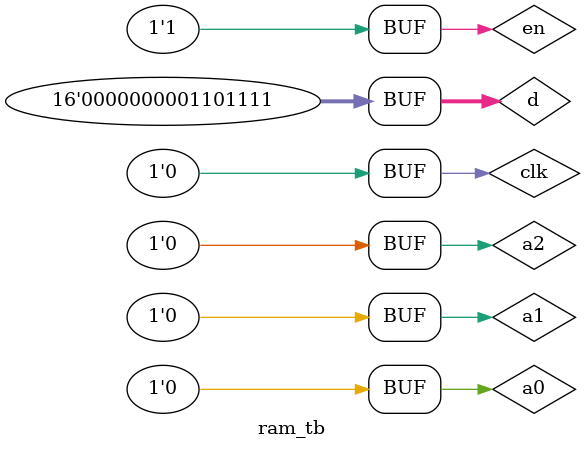
<source format=v>
module ram(out,d,clk,a2,a1,a0,en);
input a2,a1,a0,clk,en;
input[15:0] d;
output[15:0] out;
wire i0,i1,i2,i3,i4,i5,i6,i7;
wire[15:0] p1,p2,p3,p4,p5,p6,p7,p8;

decoder n10(i7,i6,i5,i4,i3,i2,i1,i0,a2,a1,a0,en);

register n1(p1,i0,d,clk);
register n2(p2,i1,d,clk);
register n3(p3,i2,d,clk);
register n4(p4,i3,d,clk);
register n5(p5,i4,d,clk);
register n6(p6,i5,d,clk);
register n7(p7,i6,d,clk);
register n8(p8,i7,d,clk);

mux_8_1_16 n9(out,a2,a1,a0,p1,p2,p3,p4,p5,p6,p7,p8);


endmodule
//test

module ram_tb;
reg a2,a1,a0,clk,en;
reg[15:0] d;
wire[15:0] out;
ram n1(out,d,clk,a2,a1,a0,en);
integer i;
initial
begin
	clk=0;#2;clk=1;#2;clk=0;#2;
	d=100; a2=0; a1=0; a0=1; en=1;
	clk=0; #2; clk=1; #2; clk=1;#2;
	d=222; a2=0; a1=0; a0=1; en=0;
	clk=0;#2;clk=1;#2;clk=0;#2;
	clk=1;#2;clk=0;#2;clk=1;#2;
	d=1;a2=1;a1=1;a0=1;en=1;
	 #2 ;clk=0;#2;clk=1;#2;clk=0;#2;
	d=111; a2=0; a1=0; a0=0; en=1; 
	#2; clk=0;#2;clk=1;#2;clk=0;#2;
	#100;

end
endmodule

</source>
